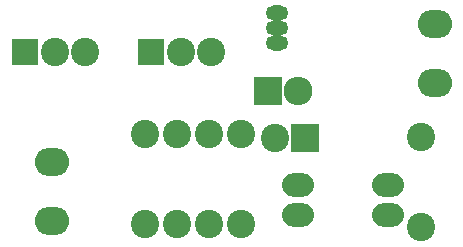
<source format=gbr>
G04 #@! TF.FileFunction,Soldermask,Bot*
%FSLAX46Y46*%
G04 Gerber Fmt 4.6, Leading zero omitted, Abs format (unit mm)*
G04 Created by KiCad (PCBNEW 4.0.4-stable) date 03/11/17 00:41:46*
%MOMM*%
%LPD*%
G01*
G04 APERTURE LIST*
%ADD10C,0.100000*%
%ADD11O,2.700000X2.000000*%
%ADD12O,1.901140X1.299160*%
%ADD13O,2.900000X2.400000*%
%ADD14C,2.400000*%
%ADD15R,2.300000X2.300000*%
%ADD16R,2.400000X2.400000*%
%ADD17R,2.432000X2.432000*%
%ADD18O,2.432000X2.432000*%
%ADD19C,2.398980*%
G04 APERTURE END LIST*
D10*
D11*
X216750000Y-139800000D03*
X216750000Y-137260000D03*
X209130000Y-137260000D03*
X209130000Y-139800000D03*
D12*
X207300000Y-123970000D03*
X207300000Y-125240000D03*
X207300000Y-122700000D03*
D13*
X188250000Y-135300000D03*
X188250000Y-140300000D03*
X220700000Y-123600000D03*
X220700000Y-128600000D03*
D14*
X188500000Y-126000000D03*
X191040000Y-126000000D03*
D15*
X185960000Y-126000000D03*
D14*
X199200000Y-126000000D03*
X201740000Y-126000000D03*
D15*
X196660000Y-126000000D03*
D16*
X209700000Y-133300000D03*
D14*
X207160000Y-133300000D03*
D17*
X206600000Y-129300000D03*
D18*
X209140000Y-129300000D03*
D19*
X196164200Y-140538200D03*
X196164200Y-132918200D03*
X219557600Y-140792200D03*
X219557600Y-133172200D03*
X198882000Y-140538200D03*
X198882000Y-132918200D03*
X201599800Y-140563600D03*
X201599800Y-132943600D03*
X204317600Y-140538200D03*
X204317600Y-132918200D03*
M02*

</source>
